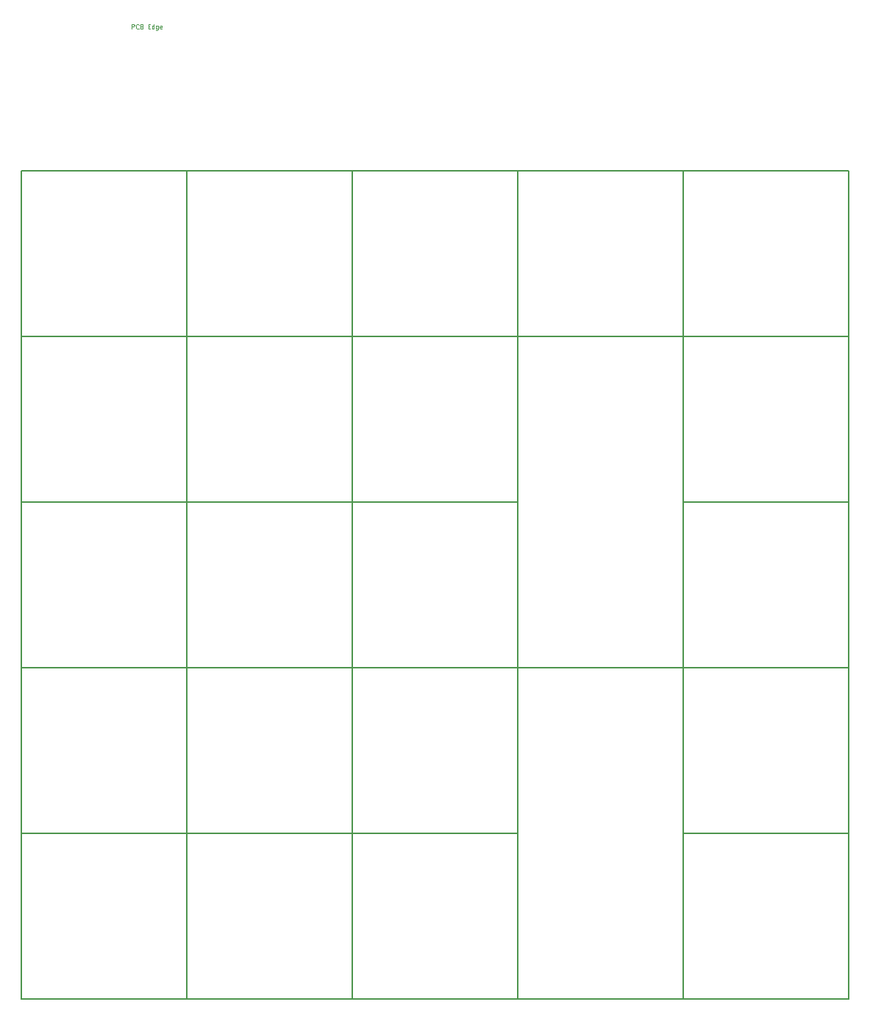
<source format=gbr>
%TF.GenerationSoftware,KiCad,Pcbnew,(5.1.0)-1*%
%TF.CreationDate,2020-10-02T12:35:23-04:00*%
%TF.ProjectId,BadgersHollowSchematic,42616467-6572-4734-986f-6c6c6f775363,rev?*%
%TF.SameCoordinates,Original*%
%TF.FileFunction,Drawing*%
%FSLAX46Y46*%
G04 Gerber Fmt 4.6, Leading zero omitted, Abs format (unit mm)*
G04 Created by KiCad (PCBNEW (5.1.0)-1) date 2020-10-02 12:35:23*
%MOMM*%
%LPD*%
G04 APERTURE LIST*
%ADD10C,0.150000*%
%ADD11C,0.100000*%
G04 APERTURE END LIST*
D10*
%TO.C,SW5*%
X73660000Y-68580000D02*
X73660000Y-49530000D01*
X92710000Y-68580000D02*
X73660000Y-68580000D01*
X92710000Y-49530000D02*
X92710000Y-68580000D01*
X73660000Y-49530000D02*
X92710000Y-49530000D01*
%TO.C,SW23*%
X35560000Y-144780000D02*
X35560000Y-125730000D01*
X54610000Y-144780000D02*
X35560000Y-144780000D01*
X54610000Y-125730000D02*
X54610000Y-144780000D01*
X35560000Y-125730000D02*
X54610000Y-125730000D01*
%TO.C,SW26*%
X111760000Y-144780000D02*
X111760000Y-125730000D01*
X130810000Y-144780000D02*
X111760000Y-144780000D01*
X130810000Y-125730000D02*
X130810000Y-144780000D01*
X111760000Y-125730000D02*
X130810000Y-125730000D01*
%TO.C,SW25*%
X73660000Y-144780000D02*
X73660000Y-125730000D01*
X92710000Y-144780000D02*
X73660000Y-144780000D01*
X92710000Y-125730000D02*
X92710000Y-144780000D01*
X73660000Y-125730000D02*
X92710000Y-125730000D01*
%TO.C,SW24*%
X54610000Y-144780000D02*
X54610000Y-125730000D01*
X73660000Y-144780000D02*
X54610000Y-144780000D01*
X73660000Y-125730000D02*
X73660000Y-144780000D01*
X54610000Y-125730000D02*
X73660000Y-125730000D01*
%TO.C,SW22*%
X111760000Y-125730000D02*
X111760000Y-106680000D01*
X130810000Y-125730000D02*
X111760000Y-125730000D01*
X130810000Y-106680000D02*
X130810000Y-125730000D01*
X111760000Y-106680000D02*
X130810000Y-106680000D01*
%TO.C,SW21*%
X111760000Y-144780000D02*
X92710000Y-144780000D01*
X111760000Y-106680000D02*
X111760000Y-144780000D01*
X92710000Y-106680000D02*
X111760000Y-106680000D01*
X92710000Y-144780000D02*
X92710000Y-106680000D01*
%TO.C,SW20*%
X73660000Y-125730000D02*
X73660000Y-106680000D01*
X92710000Y-125730000D02*
X73660000Y-125730000D01*
X92710000Y-106680000D02*
X92710000Y-125730000D01*
X73660000Y-106680000D02*
X92710000Y-106680000D01*
%TO.C,SW19*%
X54610000Y-125730000D02*
X54610000Y-106680000D01*
X73660000Y-125730000D02*
X54610000Y-125730000D01*
X73660000Y-106680000D02*
X73660000Y-125730000D01*
X54610000Y-106680000D02*
X73660000Y-106680000D01*
%TO.C,SW18*%
X35560000Y-125730000D02*
X35560000Y-106680000D01*
X54610000Y-125730000D02*
X35560000Y-125730000D01*
X54610000Y-106680000D02*
X54610000Y-125730000D01*
X35560000Y-106680000D02*
X54610000Y-106680000D01*
%TO.C,SW17*%
X111760000Y-106680000D02*
X111760000Y-87630000D01*
X130810000Y-106680000D02*
X111760000Y-106680000D01*
X130810000Y-87630000D02*
X130810000Y-106680000D01*
X111760000Y-87630000D02*
X130810000Y-87630000D01*
%TO.C,SW15*%
X73660000Y-106680000D02*
X73660000Y-87630000D01*
X92710000Y-106680000D02*
X73660000Y-106680000D01*
X92710000Y-87630000D02*
X92710000Y-106680000D01*
X73660000Y-87630000D02*
X92710000Y-87630000D01*
%TO.C,SW14*%
X54610000Y-106680000D02*
X54610000Y-87630000D01*
X73660000Y-106680000D02*
X54610000Y-106680000D01*
X73660000Y-87630000D02*
X73660000Y-106680000D01*
X54610000Y-87630000D02*
X73660000Y-87630000D01*
%TO.C,SW13*%
X35560000Y-106680000D02*
X35560000Y-87630000D01*
X54610000Y-106680000D02*
X35560000Y-106680000D01*
X54610000Y-87630000D02*
X54610000Y-106680000D01*
X35560000Y-87630000D02*
X54610000Y-87630000D01*
%TO.C,SW12*%
X111760000Y-87630000D02*
X111760000Y-68580000D01*
X130810000Y-87630000D02*
X111760000Y-87630000D01*
X130810000Y-68580000D02*
X130810000Y-87630000D01*
X111760000Y-68580000D02*
X130810000Y-68580000D01*
%TO.C,SW11*%
X111760000Y-106680000D02*
X92710000Y-106680000D01*
X111760000Y-68580000D02*
X111760000Y-106680000D01*
X92710000Y-68580000D02*
X111760000Y-68580000D01*
X92710000Y-106680000D02*
X92710000Y-68580000D01*
%TO.C,SW10*%
X73660000Y-87630000D02*
X73660000Y-68580000D01*
X92710000Y-87630000D02*
X73660000Y-87630000D01*
X92710000Y-68580000D02*
X92710000Y-87630000D01*
X73660000Y-68580000D02*
X92710000Y-68580000D01*
%TO.C,SW9*%
X54610000Y-87630000D02*
X54610000Y-68580000D01*
X73660000Y-87630000D02*
X54610000Y-87630000D01*
X73660000Y-68580000D02*
X73660000Y-87630000D01*
X54610000Y-68580000D02*
X73660000Y-68580000D01*
%TO.C,SW8*%
X35560000Y-87630000D02*
X35560000Y-68580000D01*
X54610000Y-87630000D02*
X35560000Y-87630000D01*
X54610000Y-68580000D02*
X54610000Y-87630000D01*
X35560000Y-68580000D02*
X54610000Y-68580000D01*
%TO.C,SW7*%
X111760000Y-68580000D02*
X111760000Y-49530000D01*
X130810000Y-68580000D02*
X111760000Y-68580000D01*
X130810000Y-49530000D02*
X130810000Y-68580000D01*
X111760000Y-49530000D02*
X130810000Y-49530000D01*
%TO.C,SW6*%
X92710000Y-68580000D02*
X92710000Y-49530000D01*
X111760000Y-68580000D02*
X92710000Y-68580000D01*
X111760000Y-49530000D02*
X111760000Y-68580000D01*
X92710000Y-49530000D02*
X111760000Y-49530000D01*
%TO.C,SW4*%
X54610000Y-68580000D02*
X54610000Y-49530000D01*
X73660000Y-68580000D02*
X54610000Y-68580000D01*
X73660000Y-49530000D02*
X73660000Y-68580000D01*
X54610000Y-49530000D02*
X73660000Y-49530000D01*
%TO.C,SW3*%
X35560000Y-68580000D02*
X35560000Y-49530000D01*
X54610000Y-68580000D02*
X35560000Y-68580000D01*
X54610000Y-49530000D02*
X54610000Y-68580000D01*
X35560000Y-49530000D02*
X54610000Y-49530000D01*
%TD*%
%TO.C,J1*%
D11*
X48279874Y-33201550D02*
X48279874Y-32701550D01*
X48470350Y-32701550D01*
X48517969Y-32725360D01*
X48541779Y-32749169D01*
X48565588Y-32796788D01*
X48565588Y-32868217D01*
X48541779Y-32915836D01*
X48517969Y-32939645D01*
X48470350Y-32963455D01*
X48279874Y-32963455D01*
X49065588Y-33153931D02*
X49041779Y-33177740D01*
X48970350Y-33201550D01*
X48922731Y-33201550D01*
X48851302Y-33177740D01*
X48803683Y-33130121D01*
X48779874Y-33082502D01*
X48756064Y-32987264D01*
X48756064Y-32915836D01*
X48779874Y-32820598D01*
X48803683Y-32772979D01*
X48851302Y-32725360D01*
X48922731Y-32701550D01*
X48970350Y-32701550D01*
X49041779Y-32725360D01*
X49065588Y-32749169D01*
X49446540Y-32939645D02*
X49517969Y-32963455D01*
X49541779Y-32987264D01*
X49565588Y-33034883D01*
X49565588Y-33106312D01*
X49541779Y-33153931D01*
X49517969Y-33177740D01*
X49470350Y-33201550D01*
X49279874Y-33201550D01*
X49279874Y-32701550D01*
X49446540Y-32701550D01*
X49494160Y-32725360D01*
X49517969Y-32749169D01*
X49541779Y-32796788D01*
X49541779Y-32844407D01*
X49517969Y-32892026D01*
X49494160Y-32915836D01*
X49446540Y-32939645D01*
X49279874Y-32939645D01*
X50160826Y-32939645D02*
X50327493Y-32939645D01*
X50398921Y-33201550D02*
X50160826Y-33201550D01*
X50160826Y-32701550D01*
X50398921Y-32701550D01*
X50827493Y-33201550D02*
X50827493Y-32701550D01*
X50827493Y-33177740D02*
X50779874Y-33201550D01*
X50684636Y-33201550D01*
X50637017Y-33177740D01*
X50613207Y-33153931D01*
X50589398Y-33106312D01*
X50589398Y-32963455D01*
X50613207Y-32915836D01*
X50637017Y-32892026D01*
X50684636Y-32868217D01*
X50779874Y-32868217D01*
X50827493Y-32892026D01*
X51279874Y-32868217D02*
X51279874Y-33272979D01*
X51256064Y-33320598D01*
X51232255Y-33344407D01*
X51184636Y-33368217D01*
X51113207Y-33368217D01*
X51065588Y-33344407D01*
X51279874Y-33177740D02*
X51232255Y-33201550D01*
X51137017Y-33201550D01*
X51089398Y-33177740D01*
X51065588Y-33153931D01*
X51041779Y-33106312D01*
X51041779Y-32963455D01*
X51065588Y-32915836D01*
X51089398Y-32892026D01*
X51137017Y-32868217D01*
X51232255Y-32868217D01*
X51279874Y-32892026D01*
X51708445Y-33177740D02*
X51660826Y-33201550D01*
X51565588Y-33201550D01*
X51517969Y-33177740D01*
X51494160Y-33130121D01*
X51494160Y-32939645D01*
X51517969Y-32892026D01*
X51565588Y-32868217D01*
X51660826Y-32868217D01*
X51708445Y-32892026D01*
X51732255Y-32939645D01*
X51732255Y-32987264D01*
X51494160Y-33034883D01*
%TD*%
M02*

</source>
